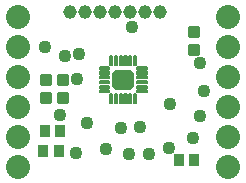
<source format=gts>
G75*
%MOIN*%
%OFA0B0*%
%FSLAX24Y24*%
%IPPOS*%
%LPD*%
%AMOC8*
5,1,8,0,0,1.08239X$1,22.5*
%
%ADD10C,0.0800*%
%ADD11C,0.0069*%
%ADD12C,0.0333*%
%ADD13C,0.0103*%
%ADD14R,0.0336X0.0414*%
%ADD15C,0.0454*%
%ADD16C,0.0436*%
D10*
X001730Y002055D03*
X001730Y003055D03*
X001730Y004055D03*
X001730Y005055D03*
X001730Y006055D03*
X001730Y007055D03*
X008730Y007055D03*
X008730Y006055D03*
X008730Y005055D03*
X008730Y004055D03*
X008730Y003055D03*
X008730Y002055D03*
D11*
X006023Y004598D02*
X005717Y004598D01*
X006023Y004598D02*
X006023Y004528D01*
X005717Y004528D01*
X005717Y004598D01*
X005717Y004596D02*
X006023Y004596D01*
X006023Y004756D02*
X005717Y004756D01*
X006023Y004756D02*
X006023Y004686D01*
X005717Y004686D01*
X005717Y004756D01*
X005717Y004754D02*
X006023Y004754D01*
X006023Y004913D02*
X005717Y004913D01*
X006023Y004913D02*
X006023Y004843D01*
X005717Y004843D01*
X005717Y004913D01*
X005717Y004911D02*
X006023Y004911D01*
X006023Y005071D02*
X005717Y005071D01*
X006023Y005071D02*
X006023Y005001D01*
X005717Y005001D01*
X005717Y005071D01*
X005717Y005069D02*
X006023Y005069D01*
X006023Y005228D02*
X005717Y005228D01*
X006023Y005228D02*
X006023Y005158D01*
X005717Y005158D01*
X005717Y005228D01*
X005717Y005226D02*
X006023Y005226D01*
X006023Y005386D02*
X005717Y005386D01*
X006023Y005386D02*
X006023Y005316D01*
X005717Y005316D01*
X005717Y005386D01*
X005717Y005384D02*
X006023Y005384D01*
X005599Y005434D02*
X005599Y005740D01*
X005669Y005740D01*
X005669Y005434D01*
X005599Y005434D01*
X005599Y005502D02*
X005669Y005502D01*
X005669Y005570D02*
X005599Y005570D01*
X005599Y005638D02*
X005669Y005638D01*
X005669Y005706D02*
X005599Y005706D01*
X005441Y005740D02*
X005441Y005434D01*
X005441Y005740D02*
X005511Y005740D01*
X005511Y005434D01*
X005441Y005434D01*
X005441Y005502D02*
X005511Y005502D01*
X005511Y005570D02*
X005441Y005570D01*
X005441Y005638D02*
X005511Y005638D01*
X005511Y005706D02*
X005441Y005706D01*
X005284Y005740D02*
X005284Y005434D01*
X005284Y005740D02*
X005354Y005740D01*
X005354Y005434D01*
X005284Y005434D01*
X005284Y005502D02*
X005354Y005502D01*
X005354Y005570D02*
X005284Y005570D01*
X005284Y005638D02*
X005354Y005638D01*
X005354Y005706D02*
X005284Y005706D01*
X005126Y005740D02*
X005126Y005434D01*
X005126Y005740D02*
X005196Y005740D01*
X005196Y005434D01*
X005126Y005434D01*
X005126Y005502D02*
X005196Y005502D01*
X005196Y005570D02*
X005126Y005570D01*
X005126Y005638D02*
X005196Y005638D01*
X005196Y005706D02*
X005126Y005706D01*
X004969Y005740D02*
X004969Y005434D01*
X004969Y005740D02*
X005039Y005740D01*
X005039Y005434D01*
X004969Y005434D01*
X004969Y005502D02*
X005039Y005502D01*
X005039Y005570D02*
X004969Y005570D01*
X004969Y005638D02*
X005039Y005638D01*
X005039Y005706D02*
X004969Y005706D01*
X004811Y005740D02*
X004811Y005434D01*
X004811Y005740D02*
X004881Y005740D01*
X004881Y005434D01*
X004811Y005434D01*
X004811Y005502D02*
X004881Y005502D01*
X004881Y005570D02*
X004811Y005570D01*
X004811Y005638D02*
X004881Y005638D01*
X004881Y005706D02*
X004811Y005706D01*
X004763Y005316D02*
X004457Y005316D01*
X004457Y005386D01*
X004763Y005386D01*
X004763Y005316D01*
X004763Y005384D02*
X004457Y005384D01*
X004457Y005158D02*
X004763Y005158D01*
X004457Y005158D02*
X004457Y005228D01*
X004763Y005228D01*
X004763Y005158D01*
X004763Y005226D02*
X004457Y005226D01*
X004457Y005001D02*
X004763Y005001D01*
X004457Y005001D02*
X004457Y005071D01*
X004763Y005071D01*
X004763Y005001D01*
X004763Y005069D02*
X004457Y005069D01*
X004457Y004843D02*
X004763Y004843D01*
X004457Y004843D02*
X004457Y004913D01*
X004763Y004913D01*
X004763Y004843D01*
X004763Y004911D02*
X004457Y004911D01*
X004457Y004686D02*
X004763Y004686D01*
X004457Y004686D02*
X004457Y004756D01*
X004763Y004756D01*
X004763Y004686D01*
X004763Y004754D02*
X004457Y004754D01*
X004457Y004528D02*
X004763Y004528D01*
X004457Y004528D02*
X004457Y004598D01*
X004763Y004598D01*
X004763Y004528D01*
X004763Y004596D02*
X004457Y004596D01*
X004881Y004480D02*
X004881Y004174D01*
X004811Y004174D01*
X004811Y004480D01*
X004881Y004480D01*
X004881Y004242D02*
X004811Y004242D01*
X004811Y004310D02*
X004881Y004310D01*
X004881Y004378D02*
X004811Y004378D01*
X004811Y004446D02*
X004881Y004446D01*
X005039Y004480D02*
X005039Y004174D01*
X004969Y004174D01*
X004969Y004480D01*
X005039Y004480D01*
X005039Y004242D02*
X004969Y004242D01*
X004969Y004310D02*
X005039Y004310D01*
X005039Y004378D02*
X004969Y004378D01*
X004969Y004446D02*
X005039Y004446D01*
X005196Y004480D02*
X005196Y004174D01*
X005126Y004174D01*
X005126Y004480D01*
X005196Y004480D01*
X005196Y004242D02*
X005126Y004242D01*
X005126Y004310D02*
X005196Y004310D01*
X005196Y004378D02*
X005126Y004378D01*
X005126Y004446D02*
X005196Y004446D01*
X005354Y004480D02*
X005354Y004174D01*
X005284Y004174D01*
X005284Y004480D01*
X005354Y004480D01*
X005354Y004242D02*
X005284Y004242D01*
X005284Y004310D02*
X005354Y004310D01*
X005354Y004378D02*
X005284Y004378D01*
X005284Y004446D02*
X005354Y004446D01*
X005511Y004480D02*
X005511Y004174D01*
X005441Y004174D01*
X005441Y004480D01*
X005511Y004480D01*
X005511Y004242D02*
X005441Y004242D01*
X005441Y004310D02*
X005511Y004310D01*
X005511Y004378D02*
X005441Y004378D01*
X005441Y004446D02*
X005511Y004446D01*
X005669Y004480D02*
X005669Y004174D01*
X005599Y004174D01*
X005599Y004480D01*
X005669Y004480D01*
X005669Y004242D02*
X005599Y004242D01*
X005599Y004310D02*
X005669Y004310D01*
X005669Y004378D02*
X005599Y004378D01*
X005599Y004446D02*
X005669Y004446D01*
D12*
X005438Y004790D02*
X005042Y004790D01*
X005042Y005124D01*
X005438Y005124D01*
X005438Y004790D01*
X005438Y005122D02*
X005042Y005122D01*
D13*
X003360Y005108D02*
X003360Y004800D01*
X003052Y004800D01*
X003052Y005108D01*
X003360Y005108D01*
X003360Y004902D02*
X003052Y004902D01*
X003052Y005004D02*
X003360Y005004D01*
X003360Y005106D02*
X003052Y005106D01*
X002500Y005105D02*
X002500Y004797D01*
X002500Y005105D02*
X002808Y005105D01*
X002808Y004797D01*
X002500Y004797D01*
X002500Y004899D02*
X002808Y004899D01*
X002808Y005001D02*
X002500Y005001D01*
X002500Y005103D02*
X002808Y005103D01*
X002500Y004505D02*
X002500Y004197D01*
X002500Y004505D02*
X002808Y004505D01*
X002808Y004197D01*
X002500Y004197D01*
X002500Y004299D02*
X002808Y004299D01*
X002808Y004401D02*
X002500Y004401D01*
X002500Y004503D02*
X002808Y004503D01*
X003360Y004508D02*
X003360Y004200D01*
X003052Y004200D01*
X003052Y004508D01*
X003360Y004508D01*
X003360Y004302D02*
X003052Y004302D01*
X003052Y004404D02*
X003360Y004404D01*
X003360Y004506D02*
X003052Y004506D01*
X007738Y005803D02*
X007738Y006111D01*
X007738Y005803D02*
X007430Y005803D01*
X007430Y006111D01*
X007738Y006111D01*
X007738Y005905D02*
X007430Y005905D01*
X007430Y006007D02*
X007738Y006007D01*
X007738Y006109D02*
X007430Y006109D01*
X007738Y006403D02*
X007738Y006711D01*
X007738Y006403D02*
X007430Y006403D01*
X007430Y006711D01*
X007738Y006711D01*
X007738Y006505D02*
X007430Y006505D01*
X007430Y006607D02*
X007738Y006607D01*
X007738Y006709D02*
X007430Y006709D01*
D14*
X003135Y003228D03*
X002623Y003228D03*
X002573Y002573D03*
X003085Y002573D03*
X007102Y002289D03*
X007614Y002289D03*
D15*
X006466Y007218D03*
X005966Y007218D03*
X005466Y007218D03*
X004966Y007218D03*
X004466Y007218D03*
X003966Y007218D03*
X003466Y007218D03*
D16*
X002641Y006052D03*
X003285Y005758D03*
X003777Y005797D03*
X003691Y004991D03*
X003138Y003762D03*
X004043Y003508D03*
X004679Y002647D03*
X005152Y003338D03*
X005797Y003382D03*
X006782Y002693D03*
X006111Y002491D03*
X005447Y002467D03*
X003675Y002517D03*
X006794Y004143D03*
X007808Y003756D03*
X007579Y003012D03*
X007945Y004569D03*
X007810Y005495D03*
X005533Y006712D03*
M02*

</source>
